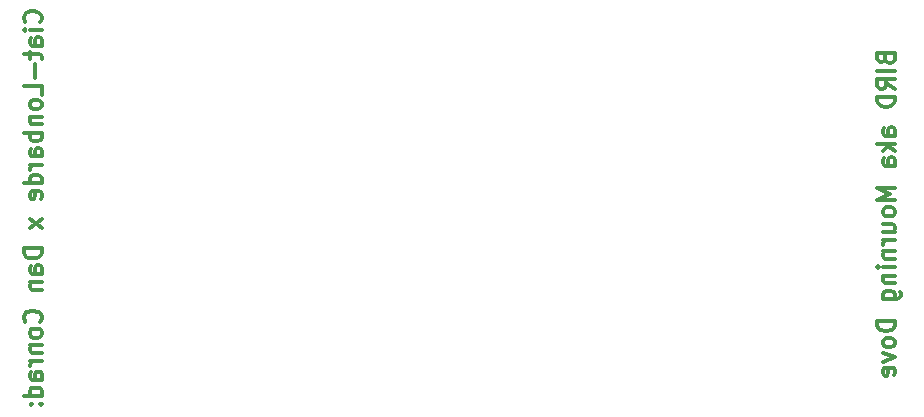
<source format=gbr>
%TF.GenerationSoftware,KiCad,Pcbnew,(5.1.6)-1*%
%TF.CreationDate,2020-07-12T11:16:24-05:00*%
%TF.ProjectId,Bird Monk Train,42697264-204d-46f6-9e6b-20547261696e,rev?*%
%TF.SameCoordinates,Original*%
%TF.FileFunction,Legend,Bot*%
%TF.FilePolarity,Positive*%
%FSLAX46Y46*%
G04 Gerber Fmt 4.6, Leading zero omitted, Abs format (unit mm)*
G04 Created by KiCad (PCBNEW (5.1.6)-1) date 2020-07-12 11:16:24*
%MOMM*%
%LPD*%
G01*
G04 APERTURE LIST*
%ADD10C,0.300000*%
G04 APERTURE END LIST*
D10*
X168052857Y-121707142D02*
X168124285Y-121921428D01*
X168195714Y-121992857D01*
X168338571Y-122064285D01*
X168552857Y-122064285D01*
X168695714Y-121992857D01*
X168767142Y-121921428D01*
X168838571Y-121778571D01*
X168838571Y-121207142D01*
X167338571Y-121207142D01*
X167338571Y-121707142D01*
X167410000Y-121850000D01*
X167481428Y-121921428D01*
X167624285Y-121992857D01*
X167767142Y-121992857D01*
X167910000Y-121921428D01*
X167981428Y-121850000D01*
X168052857Y-121707142D01*
X168052857Y-121207142D01*
X168838571Y-122707142D02*
X167338571Y-122707142D01*
X168838571Y-124278571D02*
X168124285Y-123778571D01*
X168838571Y-123421428D02*
X167338571Y-123421428D01*
X167338571Y-123992857D01*
X167410000Y-124135714D01*
X167481428Y-124207142D01*
X167624285Y-124278571D01*
X167838571Y-124278571D01*
X167981428Y-124207142D01*
X168052857Y-124135714D01*
X168124285Y-123992857D01*
X168124285Y-123421428D01*
X168838571Y-124921428D02*
X167338571Y-124921428D01*
X167338571Y-125278571D01*
X167410000Y-125492857D01*
X167552857Y-125635714D01*
X167695714Y-125707142D01*
X167981428Y-125778571D01*
X168195714Y-125778571D01*
X168481428Y-125707142D01*
X168624285Y-125635714D01*
X168767142Y-125492857D01*
X168838571Y-125278571D01*
X168838571Y-124921428D01*
X168838571Y-128207142D02*
X168052857Y-128207142D01*
X167910000Y-128135714D01*
X167838571Y-127992857D01*
X167838571Y-127707142D01*
X167910000Y-127564285D01*
X168767142Y-128207142D02*
X168838571Y-128064285D01*
X168838571Y-127707142D01*
X168767142Y-127564285D01*
X168624285Y-127492857D01*
X168481428Y-127492857D01*
X168338571Y-127564285D01*
X168267142Y-127707142D01*
X168267142Y-128064285D01*
X168195714Y-128207142D01*
X168838571Y-128921428D02*
X167338571Y-128921428D01*
X168267142Y-129064285D02*
X168838571Y-129492857D01*
X167838571Y-129492857D02*
X168410000Y-128921428D01*
X168838571Y-130778571D02*
X168052857Y-130778571D01*
X167910000Y-130707142D01*
X167838571Y-130564285D01*
X167838571Y-130278571D01*
X167910000Y-130135714D01*
X168767142Y-130778571D02*
X168838571Y-130635714D01*
X168838571Y-130278571D01*
X168767142Y-130135714D01*
X168624285Y-130064285D01*
X168481428Y-130064285D01*
X168338571Y-130135714D01*
X168267142Y-130278571D01*
X168267142Y-130635714D01*
X168195714Y-130778571D01*
X168838571Y-132635714D02*
X167338571Y-132635714D01*
X168410000Y-133135714D01*
X167338571Y-133635714D01*
X168838571Y-133635714D01*
X168838571Y-134564285D02*
X168767142Y-134421428D01*
X168695714Y-134350000D01*
X168552857Y-134278571D01*
X168124285Y-134278571D01*
X167981428Y-134350000D01*
X167910000Y-134421428D01*
X167838571Y-134564285D01*
X167838571Y-134778571D01*
X167910000Y-134921428D01*
X167981428Y-134992857D01*
X168124285Y-135064285D01*
X168552857Y-135064285D01*
X168695714Y-134992857D01*
X168767142Y-134921428D01*
X168838571Y-134778571D01*
X168838571Y-134564285D01*
X167838571Y-136350000D02*
X168838571Y-136350000D01*
X167838571Y-135707142D02*
X168624285Y-135707142D01*
X168767142Y-135778571D01*
X168838571Y-135921428D01*
X168838571Y-136135714D01*
X168767142Y-136278571D01*
X168695714Y-136350000D01*
X168838571Y-137064285D02*
X167838571Y-137064285D01*
X168124285Y-137064285D02*
X167981428Y-137135714D01*
X167910000Y-137207142D01*
X167838571Y-137350000D01*
X167838571Y-137492857D01*
X167838571Y-137992857D02*
X168838571Y-137992857D01*
X167981428Y-137992857D02*
X167910000Y-138064285D01*
X167838571Y-138207142D01*
X167838571Y-138421428D01*
X167910000Y-138564285D01*
X168052857Y-138635714D01*
X168838571Y-138635714D01*
X168838571Y-139350000D02*
X167838571Y-139350000D01*
X167338571Y-139350000D02*
X167410000Y-139278571D01*
X167481428Y-139350000D01*
X167410000Y-139421428D01*
X167338571Y-139350000D01*
X167481428Y-139350000D01*
X167838571Y-140064285D02*
X168838571Y-140064285D01*
X167981428Y-140064285D02*
X167910000Y-140135714D01*
X167838571Y-140278571D01*
X167838571Y-140492857D01*
X167910000Y-140635714D01*
X168052857Y-140707142D01*
X168838571Y-140707142D01*
X167838571Y-142064285D02*
X169052857Y-142064285D01*
X169195714Y-141992857D01*
X169267142Y-141921428D01*
X169338571Y-141778571D01*
X169338571Y-141564285D01*
X169267142Y-141421428D01*
X168767142Y-142064285D02*
X168838571Y-141921428D01*
X168838571Y-141635714D01*
X168767142Y-141492857D01*
X168695714Y-141421428D01*
X168552857Y-141350000D01*
X168124285Y-141350000D01*
X167981428Y-141421428D01*
X167910000Y-141492857D01*
X167838571Y-141635714D01*
X167838571Y-141921428D01*
X167910000Y-142064285D01*
X168838571Y-143921428D02*
X167338571Y-143921428D01*
X167338571Y-144278571D01*
X167410000Y-144492857D01*
X167552857Y-144635714D01*
X167695714Y-144707142D01*
X167981428Y-144778571D01*
X168195714Y-144778571D01*
X168481428Y-144707142D01*
X168624285Y-144635714D01*
X168767142Y-144492857D01*
X168838571Y-144278571D01*
X168838571Y-143921428D01*
X168838571Y-145635714D02*
X168767142Y-145492857D01*
X168695714Y-145421428D01*
X168552857Y-145350000D01*
X168124285Y-145350000D01*
X167981428Y-145421428D01*
X167910000Y-145492857D01*
X167838571Y-145635714D01*
X167838571Y-145850000D01*
X167910000Y-145992857D01*
X167981428Y-146064285D01*
X168124285Y-146135714D01*
X168552857Y-146135714D01*
X168695714Y-146064285D01*
X168767142Y-145992857D01*
X168838571Y-145850000D01*
X168838571Y-145635714D01*
X167838571Y-146635714D02*
X168838571Y-146992857D01*
X167838571Y-147350000D01*
X168767142Y-148492857D02*
X168838571Y-148350000D01*
X168838571Y-148064285D01*
X168767142Y-147921428D01*
X168624285Y-147850000D01*
X168052857Y-147850000D01*
X167910000Y-147921428D01*
X167838571Y-148064285D01*
X167838571Y-148350000D01*
X167910000Y-148492857D01*
X168052857Y-148564285D01*
X168195714Y-148564285D01*
X168338571Y-147850000D01*
X96455714Y-118620000D02*
X96527142Y-118548571D01*
X96598571Y-118334285D01*
X96598571Y-118191428D01*
X96527142Y-117977142D01*
X96384285Y-117834285D01*
X96241428Y-117762857D01*
X95955714Y-117691428D01*
X95741428Y-117691428D01*
X95455714Y-117762857D01*
X95312857Y-117834285D01*
X95170000Y-117977142D01*
X95098571Y-118191428D01*
X95098571Y-118334285D01*
X95170000Y-118548571D01*
X95241428Y-118620000D01*
X96598571Y-119262857D02*
X95598571Y-119262857D01*
X95098571Y-119262857D02*
X95170000Y-119191428D01*
X95241428Y-119262857D01*
X95170000Y-119334285D01*
X95098571Y-119262857D01*
X95241428Y-119262857D01*
X96598571Y-120620000D02*
X95812857Y-120620000D01*
X95670000Y-120548571D01*
X95598571Y-120405714D01*
X95598571Y-120120000D01*
X95670000Y-119977142D01*
X96527142Y-120620000D02*
X96598571Y-120477142D01*
X96598571Y-120120000D01*
X96527142Y-119977142D01*
X96384285Y-119905714D01*
X96241428Y-119905714D01*
X96098571Y-119977142D01*
X96027142Y-120120000D01*
X96027142Y-120477142D01*
X95955714Y-120620000D01*
X95598571Y-121120000D02*
X95598571Y-121691428D01*
X95098571Y-121334285D02*
X96384285Y-121334285D01*
X96527142Y-121405714D01*
X96598571Y-121548571D01*
X96598571Y-121691428D01*
X96027142Y-122191428D02*
X96027142Y-123334285D01*
X96598571Y-124762857D02*
X96598571Y-124048571D01*
X95098571Y-124048571D01*
X96598571Y-125477142D02*
X96527142Y-125334285D01*
X96455714Y-125262857D01*
X96312857Y-125191428D01*
X95884285Y-125191428D01*
X95741428Y-125262857D01*
X95670000Y-125334285D01*
X95598571Y-125477142D01*
X95598571Y-125691428D01*
X95670000Y-125834285D01*
X95741428Y-125905714D01*
X95884285Y-125977142D01*
X96312857Y-125977142D01*
X96455714Y-125905714D01*
X96527142Y-125834285D01*
X96598571Y-125691428D01*
X96598571Y-125477142D01*
X95598571Y-126620000D02*
X96598571Y-126620000D01*
X95741428Y-126620000D02*
X95670000Y-126691428D01*
X95598571Y-126834285D01*
X95598571Y-127048571D01*
X95670000Y-127191428D01*
X95812857Y-127262857D01*
X96598571Y-127262857D01*
X96598571Y-127977142D02*
X95098571Y-127977142D01*
X95670000Y-127977142D02*
X95598571Y-128120000D01*
X95598571Y-128405714D01*
X95670000Y-128548571D01*
X95741428Y-128620000D01*
X95884285Y-128691428D01*
X96312857Y-128691428D01*
X96455714Y-128620000D01*
X96527142Y-128548571D01*
X96598571Y-128405714D01*
X96598571Y-128120000D01*
X96527142Y-127977142D01*
X96598571Y-129977142D02*
X95812857Y-129977142D01*
X95670000Y-129905714D01*
X95598571Y-129762857D01*
X95598571Y-129477142D01*
X95670000Y-129334285D01*
X96527142Y-129977142D02*
X96598571Y-129834285D01*
X96598571Y-129477142D01*
X96527142Y-129334285D01*
X96384285Y-129262857D01*
X96241428Y-129262857D01*
X96098571Y-129334285D01*
X96027142Y-129477142D01*
X96027142Y-129834285D01*
X95955714Y-129977142D01*
X96598571Y-130691428D02*
X95598571Y-130691428D01*
X95884285Y-130691428D02*
X95741428Y-130762857D01*
X95670000Y-130834285D01*
X95598571Y-130977142D01*
X95598571Y-131120000D01*
X96598571Y-132262857D02*
X95098571Y-132262857D01*
X96527142Y-132262857D02*
X96598571Y-132120000D01*
X96598571Y-131834285D01*
X96527142Y-131691428D01*
X96455714Y-131620000D01*
X96312857Y-131548571D01*
X95884285Y-131548571D01*
X95741428Y-131620000D01*
X95670000Y-131691428D01*
X95598571Y-131834285D01*
X95598571Y-132120000D01*
X95670000Y-132262857D01*
X96527142Y-133548571D02*
X96598571Y-133405714D01*
X96598571Y-133120000D01*
X96527142Y-132977142D01*
X96384285Y-132905714D01*
X95812857Y-132905714D01*
X95670000Y-132977142D01*
X95598571Y-133120000D01*
X95598571Y-133405714D01*
X95670000Y-133548571D01*
X95812857Y-133620000D01*
X95955714Y-133620000D01*
X96098571Y-132905714D01*
X96598571Y-135262857D02*
X95598571Y-136048571D01*
X95598571Y-135262857D02*
X96598571Y-136048571D01*
X96598571Y-137762857D02*
X95098571Y-137762857D01*
X95098571Y-138120000D01*
X95170000Y-138334285D01*
X95312857Y-138477142D01*
X95455714Y-138548571D01*
X95741428Y-138620000D01*
X95955714Y-138620000D01*
X96241428Y-138548571D01*
X96384285Y-138477142D01*
X96527142Y-138334285D01*
X96598571Y-138120000D01*
X96598571Y-137762857D01*
X96598571Y-139905714D02*
X95812857Y-139905714D01*
X95670000Y-139834285D01*
X95598571Y-139691428D01*
X95598571Y-139405714D01*
X95670000Y-139262857D01*
X96527142Y-139905714D02*
X96598571Y-139762857D01*
X96598571Y-139405714D01*
X96527142Y-139262857D01*
X96384285Y-139191428D01*
X96241428Y-139191428D01*
X96098571Y-139262857D01*
X96027142Y-139405714D01*
X96027142Y-139762857D01*
X95955714Y-139905714D01*
X95598571Y-140620000D02*
X96598571Y-140620000D01*
X95741428Y-140620000D02*
X95670000Y-140691428D01*
X95598571Y-140834285D01*
X95598571Y-141048571D01*
X95670000Y-141191428D01*
X95812857Y-141262857D01*
X96598571Y-141262857D01*
X96455714Y-143977142D02*
X96527142Y-143905714D01*
X96598571Y-143691428D01*
X96598571Y-143548571D01*
X96527142Y-143334285D01*
X96384285Y-143191428D01*
X96241428Y-143120000D01*
X95955714Y-143048571D01*
X95741428Y-143048571D01*
X95455714Y-143120000D01*
X95312857Y-143191428D01*
X95170000Y-143334285D01*
X95098571Y-143548571D01*
X95098571Y-143691428D01*
X95170000Y-143905714D01*
X95241428Y-143977142D01*
X96598571Y-144834285D02*
X96527142Y-144691428D01*
X96455714Y-144620000D01*
X96312857Y-144548571D01*
X95884285Y-144548571D01*
X95741428Y-144620000D01*
X95670000Y-144691428D01*
X95598571Y-144834285D01*
X95598571Y-145048571D01*
X95670000Y-145191428D01*
X95741428Y-145262857D01*
X95884285Y-145334285D01*
X96312857Y-145334285D01*
X96455714Y-145262857D01*
X96527142Y-145191428D01*
X96598571Y-145048571D01*
X96598571Y-144834285D01*
X95598571Y-145977142D02*
X96598571Y-145977142D01*
X95741428Y-145977142D02*
X95670000Y-146048571D01*
X95598571Y-146191428D01*
X95598571Y-146405714D01*
X95670000Y-146548571D01*
X95812857Y-146620000D01*
X96598571Y-146620000D01*
X96598571Y-147334285D02*
X95598571Y-147334285D01*
X95884285Y-147334285D02*
X95741428Y-147405714D01*
X95670000Y-147477142D01*
X95598571Y-147620000D01*
X95598571Y-147762857D01*
X96598571Y-148905714D02*
X95812857Y-148905714D01*
X95670000Y-148834285D01*
X95598571Y-148691428D01*
X95598571Y-148405714D01*
X95670000Y-148262857D01*
X96527142Y-148905714D02*
X96598571Y-148762857D01*
X96598571Y-148405714D01*
X96527142Y-148262857D01*
X96384285Y-148191428D01*
X96241428Y-148191428D01*
X96098571Y-148262857D01*
X96027142Y-148405714D01*
X96027142Y-148762857D01*
X95955714Y-148905714D01*
X96598571Y-150262857D02*
X95098571Y-150262857D01*
X96527142Y-150262857D02*
X96598571Y-150120000D01*
X96598571Y-149834285D01*
X96527142Y-149691428D01*
X96455714Y-149620000D01*
X96312857Y-149548571D01*
X95884285Y-149548571D01*
X95741428Y-149620000D01*
X95670000Y-149691428D01*
X95598571Y-149834285D01*
X95598571Y-150120000D01*
X95670000Y-150262857D01*
X96455714Y-150977142D02*
X96527142Y-151048571D01*
X96598571Y-150977142D01*
X96527142Y-150905714D01*
X96455714Y-150977142D01*
X96598571Y-150977142D01*
X95670000Y-150977142D02*
X95741428Y-151048571D01*
X95812857Y-150977142D01*
X95741428Y-150905714D01*
X95670000Y-150977142D01*
X95812857Y-150977142D01*
M02*

</source>
